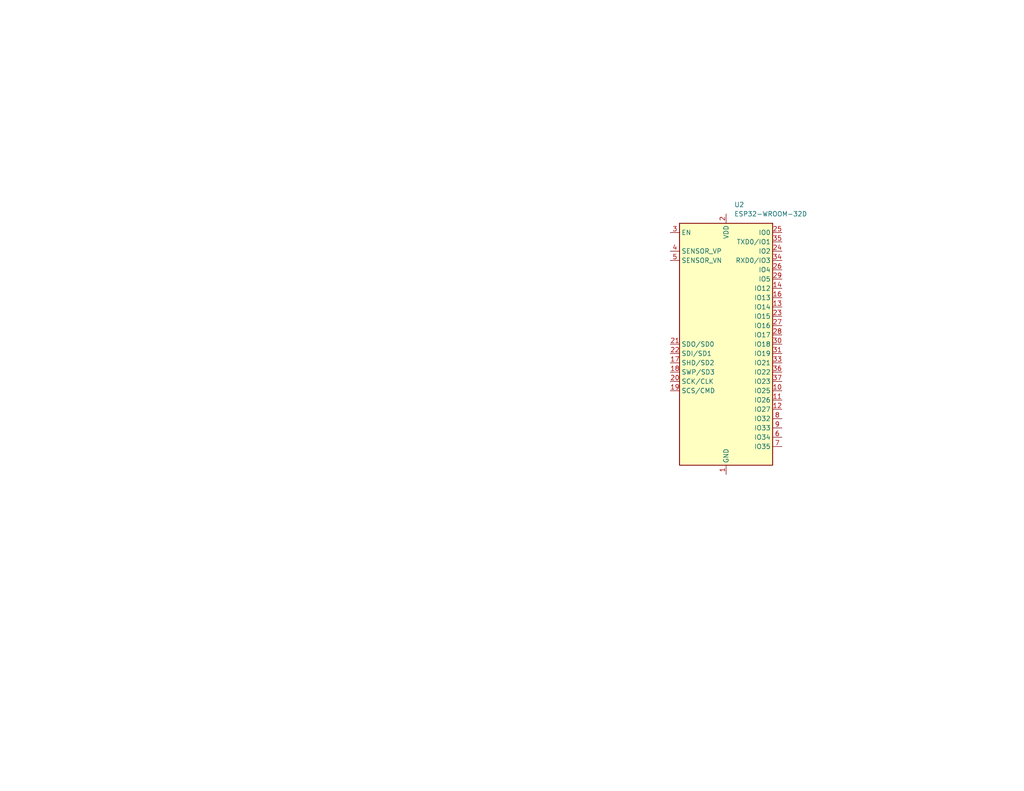
<source format=kicad_sch>
(kicad_sch (version 20231120) (generator "eeschema") (generator_version "8.0")
  (paper "USLetter")
  (title_block (title "ESP32 Interface Board") (date "2024-03-04") (rev "2"))
  (lib_symbols
    (symbol "RF_Module:ESP32-WROOM-32D"
      (property "Reference" "U" (at -12.7 34.29 0))
      (property "Value" "ESP32-WROOM-32D" (at 1.27 34.29 0))
      (symbol "ESP32-WROOM-32D_0_1"
        (rectangle (start -12.7 33.02) (end 12.7 -33.02) (stroke (width 0.254)) (fill (type background)))
      )
      (symbol "ESP32-WROOM-32D_1_1"
        (pin power_in line (at 0 -35.56 90) (length 2.54) (name "GND") (number "1"))
        (pin bidirectional line (at 15.24 -12.7 180) (length 2.54) (name "IO25") (number "10"))
        (pin bidirectional line (at 15.24 -15.24 180) (length 2.54) (name "IO26") (number "11"))
        (pin bidirectional line (at 15.24 -17.78 180) (length 2.54) (name "IO27") (number "12"))
        (pin bidirectional line (at 15.24 10.16 180) (length 2.54) (name "IO14") (number "13"))
        (pin bidirectional line (at 15.24 15.24 180) (length 2.54) (name "IO12") (number "14"))
        (pin passive line (at 0 -35.56 90) (length 2.54) hide (name "GND") (number "15"))
        (pin bidirectional line (at 15.24 12.7 180) (length 2.54) (name "IO13") (number "16"))
        (pin bidirectional line (at -15.24 -5.08 0) (length 2.54) (name "SHD/SD2") (number "17"))
        (pin bidirectional line (at -15.24 -7.62 0) (length 2.54) (name "SWP/SD3") (number "18"))
        (pin bidirectional line (at -15.24 -12.7 0) (length 2.54) (name "SCS/CMD") (number "19"))
        (pin power_in line (at 0 35.56 270) (length 2.54) (name "VDD") (number "2"))
        (pin bidirectional line (at -15.24 -10.16 0) (length 2.54) (name "SCK/CLK") (number "20"))
        (pin bidirectional line (at -15.24 0 0) (length 2.54) (name "SDO/SD0") (number "21"))
        (pin bidirectional line (at -15.24 -2.54 0) (length 2.54) (name "SDI/SD1") (number "22"))
        (pin bidirectional line (at 15.24 7.62 180) (length 2.54) (name "IO15") (number "23"))
        (pin bidirectional line (at 15.24 25.4 180) (length 2.54) (name "IO2") (number "24"))
        (pin bidirectional line (at 15.24 30.48 180) (length 2.54) (name "IO0") (number "25"))
        (pin bidirectional line (at 15.24 20.32 180) (length 2.54) (name "IO4") (number "26"))
        (pin bidirectional line (at 15.24 5.08 180) (length 2.54) (name "IO16") (number "27"))
        (pin bidirectional line (at 15.24 2.54 180) (length 2.54) (name "IO17") (number "28"))
        (pin bidirectional line (at 15.24 17.78 180) (length 2.54) (name "IO5") (number "29"))
        (pin input line (at -15.24 30.48 0) (length 2.54) (name "EN") (number "3"))
        (pin bidirectional line (at 15.24 0 180) (length 2.54) (name "IO18") (number "30"))
        (pin bidirectional line (at 15.24 -2.54 180) (length 2.54) (name "IO19") (number "31"))
        (pin no_connect line (at -12.7 -27.94 0) (length 2.54) hide (name "NC") (number "32"))
        (pin bidirectional line (at 15.24 -5.08 180) (length 2.54) (name "IO21") (number "33"))
        (pin bidirectional line (at 15.24 22.86 180) (length 2.54) (name "RXD0/IO3") (number "34"))
        (pin bidirectional line (at 15.24 27.94 180) (length 2.54) (name "TXD0/IO1") (number "35"))
        (pin bidirectional line (at 15.24 -7.62 180) (length 2.54) (name "IO22") (number "36"))
        (pin bidirectional line (at 15.24 -10.16 180) (length 2.54) (name "IO23") (number "37"))
        (pin passive line (at 0 -35.56 90) (length 2.54) hide (name "GND") (number "38"))
        (pin passive line (at 0 -35.56 90) (length 2.54) hide (name "GND") (number "39"))
        (pin input line (at -15.24 25.4 0) (length 2.54) (name "SENSOR_VP") (number "4"))
        (pin input line (at -15.24 22.86 0) (length 2.54) (name "SENSOR_VN") (number "5"))
        (pin input line (at 15.24 -25.4 180) (length 2.54) (name "IO34") (number "6"))
        (pin input line (at 15.24 -27.94 180) (length 2.54) (name "IO35") (number "7"))
        (pin bidirectional line (at 15.24 -20.32 180) (length 2.54) (name "IO32") (number "8"))
        (pin bidirectional line (at 15.24 -22.86 180) (length 2.54) (name "IO33") (number "9"))
      )
    )
  )
  (symbol (lib_id "RF_Module:ESP32-WROOM-32D") (at 198.12 93.98 0) (unit 1)
    (property "Reference" "U2" (at 200.3141 55.88 0) (effects (justify left)))
    (property "Value" "ESP32-WROOM-32D" (at 200.3141 58.42 0) (effects (justify left)))
    (property "Footprint" "Alexanddr Footprints Library:ESP32-WROOM-Adapter-Socket" (effects (hide yes)))
    (property "Datasheet" "https://www.espressif.com/sites/default/files/documentation/esp32-wroom-32d_esp32-wroom-32u_datasheet_en.pdf" (effects (hide yes)))
    (property "Description" "RF Module, ESP32-D0WD SoC, Wi-Fi 802.11b/g/n, Bluetooth, BLE, 32-bit, 2.7-3.6V, onboard antenna, SMD" (effects (hide yes)))
  )
)
</source>
